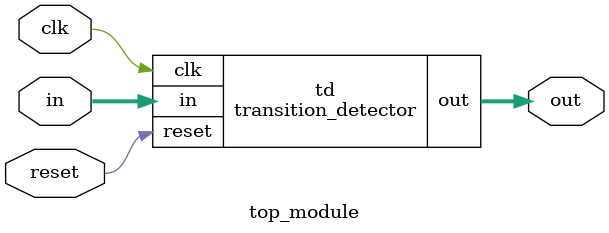
<source format=v>
module transition_detector (
    input clk,
    input reset,
    input [31:0] in,
    output [31:0] out
);

reg [31:0] in_reg1, in_reg2, in_reg3, in_reg4;
reg [31:0] out_reg1, out_reg2, out_reg3, out_reg4;

always @(posedge clk or negedge reset) begin
    if (reset == 0) begin
        in_reg1 <= 0;
        in_reg2 <= 0;
        in_reg3 <= 0;
        in_reg4 <= 0;
        out_reg1 <= 0;
        out_reg2 <= 0;
        out_reg3 <= 0;
        out_reg4 <= 0;
    end
    else begin
        in_reg1 <= in;
        in_reg2 <= in_reg1;
        in_reg3 <= in_reg2;
        in_reg4 <= in_reg3;
        
        if (in_reg4 == 32'hFFFFFFFF) begin
            out_reg1 <= 0;
            out_reg2 <= 0;
            out_reg3 <= 0;
            out_reg4 <= 0;
        end
        else if (in_reg4 == 32'hFFFFFFFE) begin
            out_reg1 <= 1;
            out_reg2 <= 1;
            out_reg3 <= 1;
            out_reg4 <= 1;
        end
        else begin
            out_reg1 <= out_reg2;
            out_reg2 <= out_reg3;
            out_reg3 <= out_reg4;
            out_reg4 <= 0;
        end
    end
end

assign out = out_reg1;

endmodule

module top_module (
    input clk,
    input reset,
    input [31:0] in,
    output [31:0] out
);

transition_detector td (
    .clk(clk),
    .reset(reset),
    .in(in),
    .out(out)
);

endmodule
</source>
